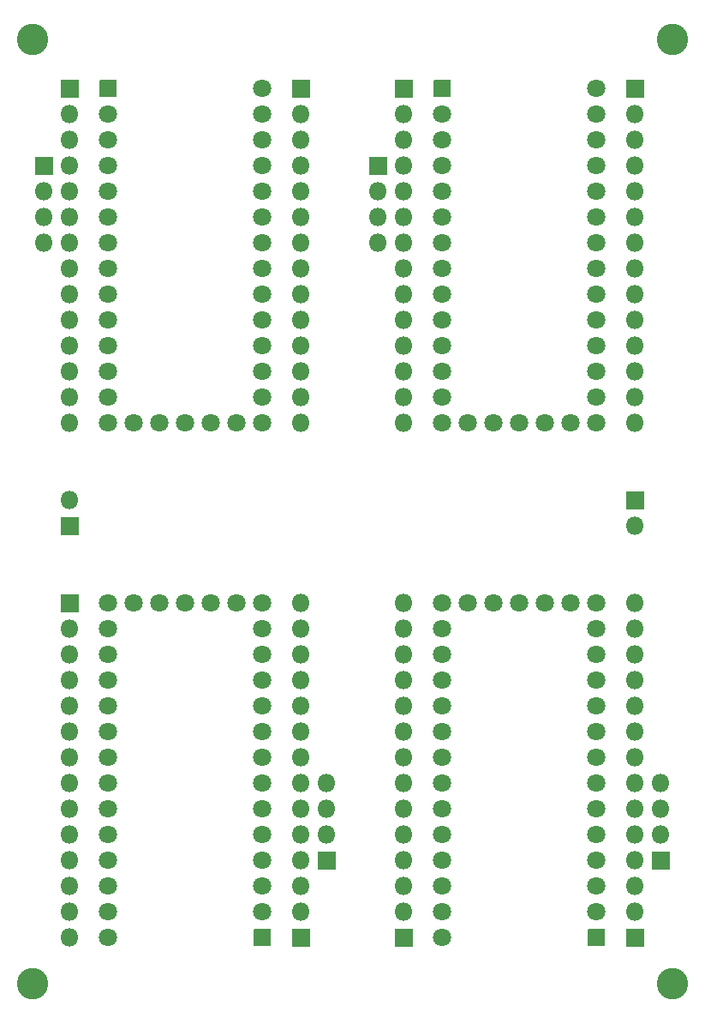
<source format=gbr>
G04 #@! TF.GenerationSoftware,KiCad,Pcbnew,(5.1.7-0-10_14)*
G04 #@! TF.CreationDate,2020-11-01T15:18:42-08:00*
G04 #@! TF.ProjectId,TeensyPCB_oshpark,5465656e-7379-4504-9342-5f6f73687061,rev?*
G04 #@! TF.SameCoordinates,Original*
G04 #@! TF.FileFunction,Soldermask,Top*
G04 #@! TF.FilePolarity,Negative*
%FSLAX46Y46*%
G04 Gerber Fmt 4.6, Leading zero omitted, Abs format (unit mm)*
G04 Created by KiCad (PCBNEW (5.1.7-0-10_14)) date 2020-11-01 15:18:42*
%MOMM*%
%LPD*%
G01*
G04 APERTURE LIST*
%ADD10C,1.801600*%
%ADD11C,3.101599*%
%ADD12O,1.801600X1.801600*%
G04 APERTURE END LIST*
D10*
X153035000Y-92710000D03*
X155575000Y-92710000D03*
X158115000Y-92710000D03*
X160655000Y-92710000D03*
X150495000Y-92710000D03*
X147955000Y-92710000D03*
X145415000Y-92710000D03*
X160655000Y-90170000D03*
X160655000Y-87630000D03*
X160655000Y-85090000D03*
X160655000Y-82550000D03*
X160655000Y-80010000D03*
X160655000Y-77470000D03*
X160655000Y-74930000D03*
X160655000Y-72390000D03*
X160655000Y-69850000D03*
X160655000Y-67310000D03*
X160655000Y-64770000D03*
X160655000Y-62230000D03*
X160655000Y-59690000D03*
X145415000Y-90170000D03*
X145415000Y-87630000D03*
X145415000Y-85090000D03*
X145415000Y-82550000D03*
X145415000Y-80010000D03*
X145415000Y-77470000D03*
X145415000Y-74930000D03*
X145415000Y-72390000D03*
X145415000Y-69850000D03*
X145415000Y-67310000D03*
X145415000Y-64770000D03*
X145415000Y-62230000D03*
G36*
G01*
X144615000Y-58839200D02*
X146215000Y-58839200D01*
G75*
G02*
X146265800Y-58890000I0J-50800D01*
G01*
X146265800Y-60490000D01*
G75*
G02*
X146215000Y-60540800I-50800J0D01*
G01*
X144615000Y-60540800D01*
G75*
G02*
X144564200Y-60490000I0J50800D01*
G01*
X144564200Y-58890000D01*
G75*
G02*
X144615000Y-58839200I50800J0D01*
G01*
G37*
X120015000Y-92710000D03*
X122555000Y-92710000D03*
X125095000Y-92710000D03*
X127635000Y-92710000D03*
X117475000Y-92710000D03*
X114935000Y-92710000D03*
X112395000Y-92710000D03*
X127635000Y-90170000D03*
X127635000Y-87630000D03*
X127635000Y-85090000D03*
X127635000Y-82550000D03*
X127635000Y-80010000D03*
X127635000Y-77470000D03*
X127635000Y-74930000D03*
X127635000Y-72390000D03*
X127635000Y-69850000D03*
X127635000Y-67310000D03*
X127635000Y-64770000D03*
X127635000Y-62230000D03*
X127635000Y-59690000D03*
X112395000Y-90170000D03*
X112395000Y-87630000D03*
X112395000Y-85090000D03*
X112395000Y-82550000D03*
X112395000Y-80010000D03*
X112395000Y-77470000D03*
X112395000Y-74930000D03*
X112395000Y-72390000D03*
X112395000Y-69850000D03*
X112395000Y-67310000D03*
X112395000Y-64770000D03*
X112395000Y-62230000D03*
G36*
G01*
X111595000Y-58839200D02*
X113195000Y-58839200D01*
G75*
G02*
X113245800Y-58890000I0J-50800D01*
G01*
X113245800Y-60490000D01*
G75*
G02*
X113195000Y-60540800I-50800J0D01*
G01*
X111595000Y-60540800D01*
G75*
G02*
X111544200Y-60490000I0J50800D01*
G01*
X111544200Y-58890000D01*
G75*
G02*
X111595000Y-58839200I50800J0D01*
G01*
G37*
X153035000Y-110490000D03*
X150495000Y-110490000D03*
X147955000Y-110490000D03*
X145415000Y-110490000D03*
X155575000Y-110490000D03*
X158115000Y-110490000D03*
X160655000Y-110490000D03*
X145415000Y-113030000D03*
X145415000Y-115570000D03*
X145415000Y-118110000D03*
X145415000Y-120650000D03*
X145415000Y-123190000D03*
X145415000Y-125730000D03*
X145415000Y-128270000D03*
X145415000Y-130810000D03*
X145415000Y-133350000D03*
X145415000Y-135890000D03*
X145415000Y-138430000D03*
X145415000Y-140970000D03*
X145415000Y-143510000D03*
X160655000Y-113030000D03*
X160655000Y-115570000D03*
X160655000Y-118110000D03*
X160655000Y-120650000D03*
X160655000Y-123190000D03*
X160655000Y-125730000D03*
X160655000Y-128270000D03*
X160655000Y-130810000D03*
X160655000Y-133350000D03*
X160655000Y-135890000D03*
X160655000Y-138430000D03*
X160655000Y-140970000D03*
G36*
G01*
X161455000Y-144360800D02*
X159855000Y-144360800D01*
G75*
G02*
X159804200Y-144310000I0J50800D01*
G01*
X159804200Y-142710000D01*
G75*
G02*
X159855000Y-142659200I50800J0D01*
G01*
X161455000Y-142659200D01*
G75*
G02*
X161505800Y-142710000I0J-50800D01*
G01*
X161505800Y-144310000D01*
G75*
G02*
X161455000Y-144360800I-50800J0D01*
G01*
G37*
X120015000Y-110490000D03*
X117475000Y-110490000D03*
X114935000Y-110490000D03*
X112395000Y-110490000D03*
X122555000Y-110490000D03*
X125095000Y-110490000D03*
X127635000Y-110490000D03*
X112395000Y-113030000D03*
X112395000Y-115570000D03*
X112395000Y-118110000D03*
X112395000Y-120650000D03*
X112395000Y-123190000D03*
X112395000Y-125730000D03*
X112395000Y-128270000D03*
X112395000Y-130810000D03*
X112395000Y-133350000D03*
X112395000Y-135890000D03*
X112395000Y-138430000D03*
X112395000Y-140970000D03*
X112395000Y-143510000D03*
X127635000Y-113030000D03*
X127635000Y-115570000D03*
X127635000Y-118110000D03*
X127635000Y-120650000D03*
X127635000Y-123190000D03*
X127635000Y-125730000D03*
X127635000Y-128270000D03*
X127635000Y-130810000D03*
X127635000Y-133350000D03*
X127635000Y-135890000D03*
X127635000Y-138430000D03*
X127635000Y-140970000D03*
G36*
G01*
X128435000Y-144360800D02*
X126835000Y-144360800D01*
G75*
G02*
X126784200Y-144310000I0J50800D01*
G01*
X126784200Y-142710000D01*
G75*
G02*
X126835000Y-142659200I50800J0D01*
G01*
X128435000Y-142659200D01*
G75*
G02*
X128485800Y-142710000I0J-50800D01*
G01*
X128485800Y-144310000D01*
G75*
G02*
X128435000Y-144360800I-50800J0D01*
G01*
G37*
D11*
X104902000Y-148082000D03*
X104902000Y-54864000D03*
X168148000Y-54864000D03*
X168148000Y-148082000D03*
D12*
X167005000Y-128270000D03*
X167005000Y-130810000D03*
X167005000Y-133350000D03*
G36*
G01*
X167905800Y-135040000D02*
X167905800Y-136740000D01*
G75*
G02*
X167855000Y-136790800I-50800J0D01*
G01*
X166155000Y-136790800D01*
G75*
G02*
X166104200Y-136740000I0J50800D01*
G01*
X166104200Y-135040000D01*
G75*
G02*
X166155000Y-134989200I50800J0D01*
G01*
X167855000Y-134989200D01*
G75*
G02*
X167905800Y-135040000I0J-50800D01*
G01*
G37*
X164465000Y-110490000D03*
X164465000Y-113030000D03*
X164465000Y-115570000D03*
X164465000Y-118110000D03*
X164465000Y-120650000D03*
X164465000Y-123190000D03*
X164465000Y-125730000D03*
X164465000Y-128270000D03*
X164465000Y-130810000D03*
X164465000Y-133350000D03*
X164465000Y-135890000D03*
X164465000Y-138430000D03*
X164465000Y-140970000D03*
G36*
G01*
X165365800Y-142660000D02*
X165365800Y-144360000D01*
G75*
G02*
X165315000Y-144410800I-50800J0D01*
G01*
X163615000Y-144410800D01*
G75*
G02*
X163564200Y-144360000I0J50800D01*
G01*
X163564200Y-142660000D01*
G75*
G02*
X163615000Y-142609200I50800J0D01*
G01*
X165315000Y-142609200D01*
G75*
G02*
X165365800Y-142660000I0J-50800D01*
G01*
G37*
X108585000Y-92710000D03*
X108585000Y-90170000D03*
X108585000Y-87630000D03*
X108585000Y-85090000D03*
X108585000Y-82550000D03*
X108585000Y-80010000D03*
X108585000Y-77470000D03*
X108585000Y-74930000D03*
X108585000Y-72390000D03*
X108585000Y-69850000D03*
X108585000Y-67310000D03*
X108585000Y-64770000D03*
X108585000Y-62230000D03*
G36*
G01*
X107684200Y-60540000D02*
X107684200Y-58840000D01*
G75*
G02*
X107735000Y-58789200I50800J0D01*
G01*
X109435000Y-58789200D01*
G75*
G02*
X109485800Y-58840000I0J-50800D01*
G01*
X109485800Y-60540000D01*
G75*
G02*
X109435000Y-60590800I-50800J0D01*
G01*
X107735000Y-60590800D01*
G75*
G02*
X107684200Y-60540000I0J50800D01*
G01*
G37*
X141605000Y-110490000D03*
X141605000Y-113030000D03*
X141605000Y-115570000D03*
X141605000Y-118110000D03*
X141605000Y-120650000D03*
X141605000Y-123190000D03*
X141605000Y-125730000D03*
X141605000Y-128270000D03*
X141605000Y-130810000D03*
X141605000Y-133350000D03*
X141605000Y-135890000D03*
X141605000Y-138430000D03*
X141605000Y-140970000D03*
G36*
G01*
X142505800Y-142660000D02*
X142505800Y-144360000D01*
G75*
G02*
X142455000Y-144410800I-50800J0D01*
G01*
X140755000Y-144410800D01*
G75*
G02*
X140704200Y-144360000I0J50800D01*
G01*
X140704200Y-142660000D01*
G75*
G02*
X140755000Y-142609200I50800J0D01*
G01*
X142455000Y-142609200D01*
G75*
G02*
X142505800Y-142660000I0J-50800D01*
G01*
G37*
X131445000Y-92710000D03*
X131445000Y-90170000D03*
X131445000Y-87630000D03*
X131445000Y-85090000D03*
X131445000Y-82550000D03*
X131445000Y-80010000D03*
X131445000Y-77470000D03*
X131445000Y-74930000D03*
X131445000Y-72390000D03*
X131445000Y-69850000D03*
X131445000Y-67310000D03*
X131445000Y-64770000D03*
X131445000Y-62230000D03*
G36*
G01*
X130544200Y-60540000D02*
X130544200Y-58840000D01*
G75*
G02*
X130595000Y-58789200I50800J0D01*
G01*
X132295000Y-58789200D01*
G75*
G02*
X132345800Y-58840000I0J-50800D01*
G01*
X132345800Y-60540000D01*
G75*
G02*
X132295000Y-60590800I-50800J0D01*
G01*
X130595000Y-60590800D01*
G75*
G02*
X130544200Y-60540000I0J50800D01*
G01*
G37*
X131445000Y-110490000D03*
X131445000Y-113030000D03*
X131445000Y-115570000D03*
X131445000Y-118110000D03*
X131445000Y-120650000D03*
X131445000Y-123190000D03*
X131445000Y-125730000D03*
X131445000Y-128270000D03*
X131445000Y-130810000D03*
X131445000Y-133350000D03*
X131445000Y-135890000D03*
X131445000Y-138430000D03*
X131445000Y-140970000D03*
G36*
G01*
X132345800Y-142660000D02*
X132345800Y-144360000D01*
G75*
G02*
X132295000Y-144410800I-50800J0D01*
G01*
X130595000Y-144410800D01*
G75*
G02*
X130544200Y-144360000I0J50800D01*
G01*
X130544200Y-142660000D01*
G75*
G02*
X130595000Y-142609200I50800J0D01*
G01*
X132295000Y-142609200D01*
G75*
G02*
X132345800Y-142660000I0J-50800D01*
G01*
G37*
X141605000Y-92710000D03*
X141605000Y-90170000D03*
X141605000Y-87630000D03*
X141605000Y-85090000D03*
X141605000Y-82550000D03*
X141605000Y-80010000D03*
X141605000Y-77470000D03*
X141605000Y-74930000D03*
X141605000Y-72390000D03*
X141605000Y-69850000D03*
X141605000Y-67310000D03*
X141605000Y-64770000D03*
X141605000Y-62230000D03*
G36*
G01*
X140704200Y-60540000D02*
X140704200Y-58840000D01*
G75*
G02*
X140755000Y-58789200I50800J0D01*
G01*
X142455000Y-58789200D01*
G75*
G02*
X142505800Y-58840000I0J-50800D01*
G01*
X142505800Y-60540000D01*
G75*
G02*
X142455000Y-60590800I-50800J0D01*
G01*
X140755000Y-60590800D01*
G75*
G02*
X140704200Y-60540000I0J50800D01*
G01*
G37*
X108585000Y-143510000D03*
X108585000Y-140970000D03*
X108585000Y-138430000D03*
X108585000Y-135890000D03*
X108585000Y-133350000D03*
X108585000Y-130810000D03*
X108585000Y-128270000D03*
X108585000Y-125730000D03*
X108585000Y-123190000D03*
X108585000Y-120650000D03*
X108585000Y-118110000D03*
X108585000Y-115570000D03*
X108585000Y-113030000D03*
G36*
G01*
X107684200Y-111340000D02*
X107684200Y-109640000D01*
G75*
G02*
X107735000Y-109589200I50800J0D01*
G01*
X109435000Y-109589200D01*
G75*
G02*
X109485800Y-109640000I0J-50800D01*
G01*
X109485800Y-111340000D01*
G75*
G02*
X109435000Y-111390800I-50800J0D01*
G01*
X107735000Y-111390800D01*
G75*
G02*
X107684200Y-111340000I0J50800D01*
G01*
G37*
X164465000Y-92710000D03*
X164465000Y-90170000D03*
X164465000Y-87630000D03*
X164465000Y-85090000D03*
X164465000Y-82550000D03*
X164465000Y-80010000D03*
X164465000Y-77470000D03*
X164465000Y-74930000D03*
X164465000Y-72390000D03*
X164465000Y-69850000D03*
X164465000Y-67310000D03*
X164465000Y-64770000D03*
X164465000Y-62230000D03*
G36*
G01*
X163564200Y-60540000D02*
X163564200Y-58840000D01*
G75*
G02*
X163615000Y-58789200I50800J0D01*
G01*
X165315000Y-58789200D01*
G75*
G02*
X165365800Y-58840000I0J-50800D01*
G01*
X165365800Y-60540000D01*
G75*
G02*
X165315000Y-60590800I-50800J0D01*
G01*
X163615000Y-60590800D01*
G75*
G02*
X163564200Y-60540000I0J50800D01*
G01*
G37*
X108585000Y-100330000D03*
G36*
G01*
X109485800Y-102020000D02*
X109485800Y-103720000D01*
G75*
G02*
X109435000Y-103770800I-50800J0D01*
G01*
X107735000Y-103770800D01*
G75*
G02*
X107684200Y-103720000I0J50800D01*
G01*
X107684200Y-102020000D01*
G75*
G02*
X107735000Y-101969200I50800J0D01*
G01*
X109435000Y-101969200D01*
G75*
G02*
X109485800Y-102020000I0J-50800D01*
G01*
G37*
X164465000Y-102870000D03*
G36*
G01*
X163564200Y-101180000D02*
X163564200Y-99480000D01*
G75*
G02*
X163615000Y-99429200I50800J0D01*
G01*
X165315000Y-99429200D01*
G75*
G02*
X165365800Y-99480000I0J-50800D01*
G01*
X165365800Y-101180000D01*
G75*
G02*
X165315000Y-101230800I-50800J0D01*
G01*
X163615000Y-101230800D01*
G75*
G02*
X163564200Y-101180000I0J50800D01*
G01*
G37*
X139065000Y-74930000D03*
X139065000Y-72390000D03*
X139065000Y-69850000D03*
G36*
G01*
X138164200Y-68160000D02*
X138164200Y-66460000D01*
G75*
G02*
X138215000Y-66409200I50800J0D01*
G01*
X139915000Y-66409200D01*
G75*
G02*
X139965800Y-66460000I0J-50800D01*
G01*
X139965800Y-68160000D01*
G75*
G02*
X139915000Y-68210800I-50800J0D01*
G01*
X138215000Y-68210800D01*
G75*
G02*
X138164200Y-68160000I0J50800D01*
G01*
G37*
X133985000Y-128270000D03*
X133985000Y-130810000D03*
X133985000Y-133350000D03*
G36*
G01*
X134885800Y-135040000D02*
X134885800Y-136740000D01*
G75*
G02*
X134835000Y-136790800I-50800J0D01*
G01*
X133135000Y-136790800D01*
G75*
G02*
X133084200Y-136740000I0J50800D01*
G01*
X133084200Y-135040000D01*
G75*
G02*
X133135000Y-134989200I50800J0D01*
G01*
X134835000Y-134989200D01*
G75*
G02*
X134885800Y-135040000I0J-50800D01*
G01*
G37*
X106045000Y-74930000D03*
X106045000Y-72390000D03*
X106045000Y-69850000D03*
G36*
G01*
X105144200Y-68160000D02*
X105144200Y-66460000D01*
G75*
G02*
X105195000Y-66409200I50800J0D01*
G01*
X106895000Y-66409200D01*
G75*
G02*
X106945800Y-66460000I0J-50800D01*
G01*
X106945800Y-68160000D01*
G75*
G02*
X106895000Y-68210800I-50800J0D01*
G01*
X105195000Y-68210800D01*
G75*
G02*
X105144200Y-68160000I0J50800D01*
G01*
G37*
M02*

</source>
